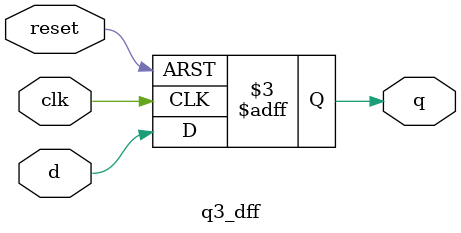
<source format=v>
`timescale 1ns / 1ps


module q3_dff(clk, reset, d, q);
input clk;
input reset;
input d;
output reg q;

always @(posedge clk or negedge reset) begin
if(~reset) begin
q <= 0;
end
else begin
q <= d;
end
end
endmodule
</source>
